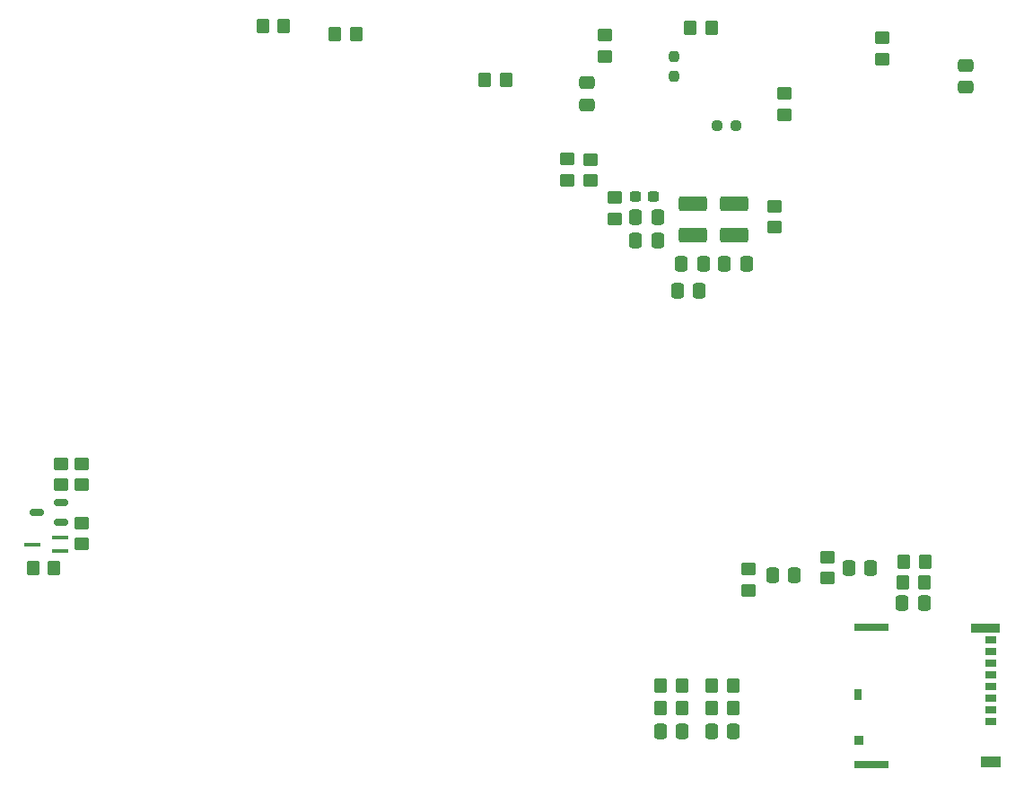
<source format=gbp>
G04 #@! TF.GenerationSoftware,KiCad,Pcbnew,7.0.7*
G04 #@! TF.CreationDate,2023-10-14T22:43:34-04:00*
G04 #@! TF.ProjectId,boardlock,626f6172-646c-46f6-936b-2e6b69636164,rev?*
G04 #@! TF.SameCoordinates,Original*
G04 #@! TF.FileFunction,Paste,Bot*
G04 #@! TF.FilePolarity,Positive*
%FSLAX46Y46*%
G04 Gerber Fmt 4.6, Leading zero omitted, Abs format (unit mm)*
G04 Created by KiCad (PCBNEW 7.0.7) date 2023-10-14 22:43:34*
%MOMM*%
%LPD*%
G01*
G04 APERTURE LIST*
G04 Aperture macros list*
%AMRoundRect*
0 Rectangle with rounded corners*
0 $1 Rounding radius*
0 $2 $3 $4 $5 $6 $7 $8 $9 X,Y pos of 4 corners*
0 Add a 4 corners polygon primitive as box body*
4,1,4,$2,$3,$4,$5,$6,$7,$8,$9,$2,$3,0*
0 Add four circle primitives for the rounded corners*
1,1,$1+$1,$2,$3*
1,1,$1+$1,$4,$5*
1,1,$1+$1,$6,$7*
1,1,$1+$1,$8,$9*
0 Add four rect primitives between the rounded corners*
20,1,$1+$1,$2,$3,$4,$5,0*
20,1,$1+$1,$4,$5,$6,$7,0*
20,1,$1+$1,$6,$7,$8,$9,0*
20,1,$1+$1,$8,$9,$2,$3,0*%
G04 Aperture macros list end*
%ADD10RoundRect,0.250000X-0.450000X0.350000X-0.450000X-0.350000X0.450000X-0.350000X0.450000X0.350000X0*%
%ADD11RoundRect,0.250000X0.337500X0.475000X-0.337500X0.475000X-0.337500X-0.475000X0.337500X-0.475000X0*%
%ADD12RoundRect,0.250000X0.350000X0.450000X-0.350000X0.450000X-0.350000X-0.450000X0.350000X-0.450000X0*%
%ADD13RoundRect,0.250000X0.450000X-0.350000X0.450000X0.350000X-0.450000X0.350000X-0.450000X-0.350000X0*%
%ADD14RoundRect,0.250000X-0.337500X-0.475000X0.337500X-0.475000X0.337500X0.475000X-0.337500X0.475000X0*%
%ADD15RoundRect,0.250000X-0.475000X0.337500X-0.475000X-0.337500X0.475000X-0.337500X0.475000X0.337500X0*%
%ADD16RoundRect,0.237500X-0.300000X-0.237500X0.300000X-0.237500X0.300000X0.237500X-0.300000X0.237500X0*%
%ADD17RoundRect,0.250000X-0.350000X-0.450000X0.350000X-0.450000X0.350000X0.450000X-0.350000X0.450000X0*%
%ADD18RoundRect,0.237500X0.237500X-0.250000X0.237500X0.250000X-0.237500X0.250000X-0.237500X-0.250000X0*%
%ADD19RoundRect,0.250001X1.074999X-0.462499X1.074999X0.462499X-1.074999X0.462499X-1.074999X-0.462499X0*%
%ADD20R,1.100000X0.700000*%
%ADD21R,0.930000X0.900000*%
%ADD22R,0.780000X1.050000*%
%ADD23R,1.830000X1.140000*%
%ADD24R,2.800000X0.860000*%
%ADD25R,3.330000X0.700000*%
%ADD26RoundRect,0.250000X0.475000X-0.337500X0.475000X0.337500X-0.475000X0.337500X-0.475000X-0.337500X0*%
%ADD27R,1.500000X0.450000*%
%ADD28RoundRect,0.150000X0.512500X0.150000X-0.512500X0.150000X-0.512500X-0.150000X0.512500X-0.150000X0*%
%ADD29RoundRect,0.237500X-0.250000X-0.237500X0.250000X-0.237500X0.250000X0.237500X-0.250000X0.237500X0*%
G04 APERTURE END LIST*
D10*
X116160000Y-109250000D03*
X116160000Y-111250000D03*
D11*
X179631500Y-134493000D03*
X177556500Y-134493000D03*
D12*
X158175200Y-73025000D03*
X156175200Y-73025000D03*
D11*
X180869500Y-90424000D03*
X178794500Y-90424000D03*
D13*
X118120000Y-111260000D03*
X118120000Y-109260000D03*
D14*
X195550000Y-122390000D03*
X197625000Y-122390000D03*
D12*
X197647500Y-120440000D03*
X195647500Y-120440000D03*
X197687500Y-118540000D03*
X195687500Y-118540000D03*
D13*
X163957000Y-82534000D03*
X163957000Y-80534000D03*
D14*
X170412500Y-85979000D03*
X172487500Y-85979000D03*
D15*
X201574400Y-71657300D03*
X201574400Y-73732300D03*
D13*
X168426000Y-86159600D03*
X168426000Y-84159600D03*
D16*
X170357500Y-84016600D03*
X172082500Y-84016600D03*
D17*
X135230000Y-67970000D03*
X137230000Y-67970000D03*
D18*
X173990000Y-72667500D03*
X173990000Y-70842500D03*
D11*
X176408500Y-92906600D03*
X174333500Y-92906600D03*
D10*
X183515000Y-84963000D03*
X183515000Y-86963000D03*
D19*
X175768000Y-87720500D03*
X175768000Y-84745500D03*
D14*
X170412500Y-88233000D03*
X172487500Y-88233000D03*
D19*
X179705000Y-87720500D03*
X179705000Y-84745500D03*
D20*
X203897400Y-133545600D03*
X203897400Y-132445600D03*
X203897400Y-131345600D03*
X203897400Y-130245600D03*
X203897400Y-129145600D03*
X203897400Y-128045600D03*
X203897400Y-126945600D03*
X203897400Y-125845600D03*
D21*
X191432400Y-135335600D03*
D22*
X191357400Y-131070600D03*
D23*
X203882400Y-137425600D03*
D24*
X203397400Y-124765600D03*
D25*
X192632400Y-137645600D03*
X192632400Y-124685600D03*
D26*
X165771600Y-75408100D03*
X165771600Y-73333100D03*
D10*
X193675000Y-69104000D03*
X193675000Y-71104000D03*
D17*
X175566200Y-68146900D03*
X177566200Y-68146900D03*
D10*
X188468000Y-118075200D03*
X188468000Y-120075200D03*
D12*
X115530000Y-119120000D03*
X113530000Y-119120000D03*
D27*
X116150000Y-116220000D03*
X116150000Y-117520000D03*
X113490000Y-116870000D03*
D14*
X190512500Y-119130000D03*
X192587500Y-119130000D03*
D28*
X116165000Y-112890000D03*
X116165000Y-114790000D03*
X113890000Y-113840000D03*
D17*
X142050000Y-68760000D03*
X144050000Y-68760000D03*
D14*
X174730500Y-90424000D03*
X176805500Y-90424000D03*
D17*
X177594000Y-130175000D03*
X179594000Y-130175000D03*
D12*
X174752000Y-132334000D03*
X172752000Y-132334000D03*
D17*
X177594000Y-132334000D03*
X179594000Y-132334000D03*
D10*
X181030000Y-119210000D03*
X181030000Y-121210000D03*
D12*
X174752000Y-130175000D03*
X172752000Y-130175000D03*
D14*
X183295000Y-119820000D03*
X185370000Y-119820000D03*
X172714500Y-134493000D03*
X174789500Y-134493000D03*
D29*
X178066700Y-77367100D03*
X179891700Y-77367100D03*
D13*
X167498800Y-70849400D03*
X167498800Y-68849400D03*
D10*
X184465600Y-74335100D03*
X184465600Y-76335100D03*
D13*
X166116000Y-82550000D03*
X166116000Y-80550000D03*
X118180000Y-116860000D03*
X118180000Y-114860000D03*
M02*

</source>
